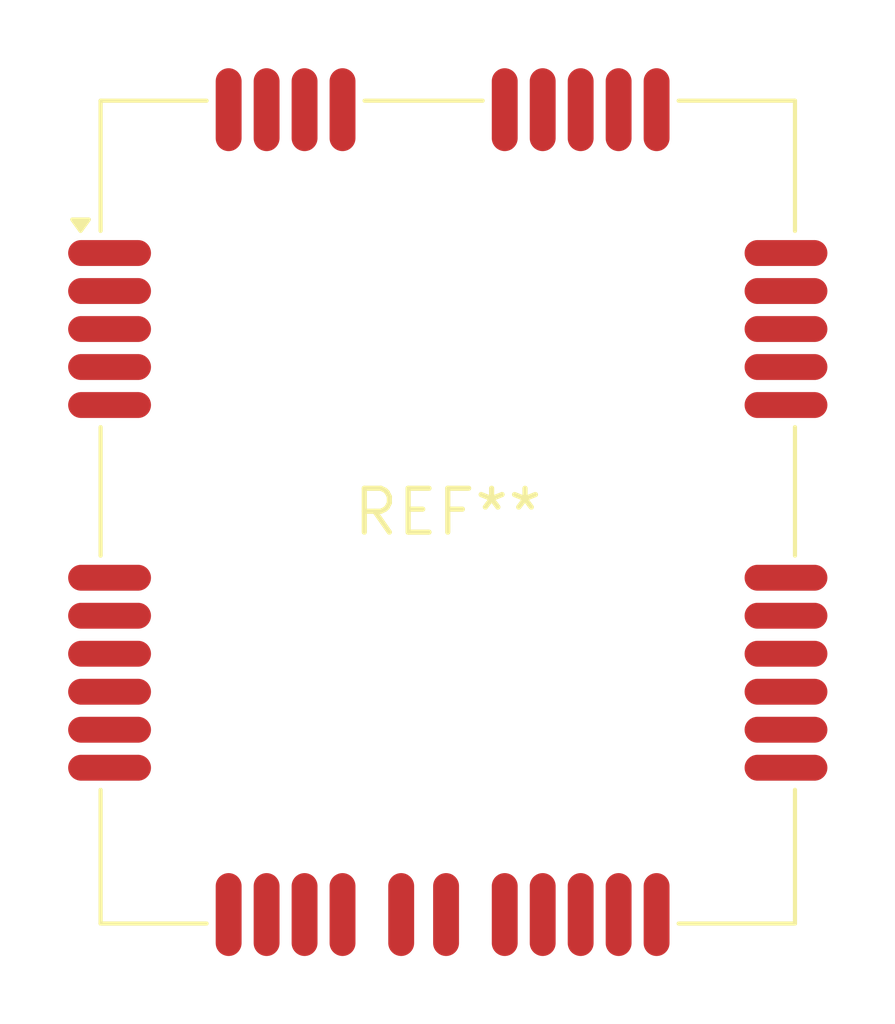
<source format=kicad_pcb>
(kicad_pcb (version 20240108) (generator pcbnew)
  (layers (0 "F.Cu" signal) (31 "B.Cu" signal) (34 "B.Paste" user) (35 "F.Paste" user) (36 "B.SilkS" user "B.Silkscreen") (37 "F.SilkS" user "F.Silkscreen") (38 "B.Mask" user) (39 "F.Mask" user) (44 "Edge.Cuts" user))
  (net 0 "")
  (footprint "Quectel_M95" (layer "F.Cu") (at 0 0)
    (property "Reference" "REF**")
    (property "Value" "Quectel_M95")
    (fp_line (start -10.06 -11.91) (end -6.99 -11.91) (layer "F.SilkS") (stroke (width 0.12)))
    (fp_line (start -10.06 -8.14) (end -10.06 -11.91) (layer "F.SilkS") (stroke (width 0.12)))
    (fp_line (start -10.06 -2.46) (end -10.06 1.26) (layer "F.SilkS") (stroke (width 0.12)))
    (fp_line (start -10.06 11.91) (end -10.06 8.04) (layer "F.SilkS") (stroke (width 0.12)))
    (fp_line (start -10.06 11.91) (end -6.99 11.91) (layer "F.SilkS") (stroke (width 0.12)))
    (fp_line (start -2.41 -11.91) (end 1.01 -11.91) (layer "F.SilkS") (stroke (width 0.12)))
    (fp_line (start 6.69 -11.91) (end 10.06 -11.91) (layer "F.SilkS") (stroke (width 0.12)))
    (fp_line (start 6.69 11.91) (end 10.06 11.91) (layer "F.SilkS") (stroke (width 0.12)))
    (fp_line (start 10.06 -8.14) (end 10.06 -11.91) (layer "F.SilkS") (stroke (width 0.12)))
    (fp_line (start 10.06 -2.46) (end 10.06 1.26) (layer "F.SilkS") (stroke (width 0.12)))
    (fp_line (start 10.06 11.91) (end 10.06 8.04) (layer "F.SilkS") (stroke (width 0.12)))
    (fp_poly (pts (xy -10.64 -8.14) (xy -10.88 -8.47) (xy -10.4 -8.47) (xy -10.64 -8.14)) (layer "F.SilkS") (stroke (width 0.12)) (fill solid))
    (pad "1" smd oval (at -9.8 -7.5) (size 2.4 0.75) (layers "F.Cu" "F.Mask"))
    (pad "2" smd oval (at -9.8 -6.4) (size 2.4 0.75) (layers "F.Cu" "F.Mask"))
    (pad "3" smd oval (at -9.8 -5.3) (size 2.4 0.75) (layers "F.Cu" "F.Mask"))
    (pad "4" smd oval (at -9.8 -4.2) (size 2.4 0.75) (layers "F.Cu" "F.Mask"))
    (pad "5" smd oval (at -9.8 -3.1) (size 2.4 0.75) (layers "F.Cu" "F.Mask"))
    (pad "6" smd oval (at -9.8 1.9) (size 2.4 0.75) (layers "F.Cu" "F.Mask"))
    (pad "7" smd oval (at -9.8 3) (size 2.4 0.75) (layers "F.Cu" "F.Mask"))
    (pad "8" smd oval (at -9.8 4.1) (size 2.4 0.75) (layers "F.Cu" "F.Mask"))
    (pad "9" smd oval (at -9.8 5.2) (size 2.4 0.75) (layers "F.Cu" "F.Mask"))
    (pad "10" smd oval (at -9.8 6.3) (size 2.4 0.75) (layers "F.Cu" "F.Mask"))
    (pad "11" smd oval (at -9.8 7.4) (size 2.4 0.75) (layers "F.Cu" "F.Mask"))
    (pad "12" smd oval (at -6.35 11.65) (size 0.75 2.4) (layers "F.Cu" "F.Mask"))
    (pad "13" smd oval (at -5.25 11.65) (size 0.75 2.4) (layers "F.Cu" "F.Mask"))
    (pad "14" smd oval (at -4.15 11.65) (size 0.75 2.4) (layers "F.Cu" "F.Mask"))
    (pad "15" smd oval (at -3.05 11.65) (size 0.75 2.4) (layers "F.Cu" "F.Mask"))
    (pad "16" smd oval (at 1.65 11.65) (size 0.75 2.4) (layers "F.Cu" "F.Mask"))
    (pad "17" smd oval (at 2.75 11.65) (size 0.75 2.4) (layers "F.Cu" "F.Mask"))
    (pad "18" smd oval (at 3.85 11.65) (size 0.75 2.4) (layers "F.Cu" "F.Mask"))
    (pad "19" smd oval (at 4.95 11.65) (size 0.75 2.4) (layers "F.Cu" "F.Mask"))
    (pad "20" smd oval (at 6.05 11.65) (size 0.75 2.4) (layers "F.Cu" "F.Mask"))
    (pad "21" smd oval (at 9.8 7.4) (size 2.4 0.75) (layers "F.Cu" "F.Mask"))
    (pad "22" smd oval (at 9.8 6.3) (size 2.4 0.75) (layers "F.Cu" "F.Mask"))
    (pad "23" smd oval (at 9.8 5.2) (size 2.4 0.75) (layers "F.Cu" "F.Mask"))
    (pad "24" smd oval (at 9.8 4.1) (size 2.4 0.75) (layers "F.Cu" "F.Mask"))
    (pad "25" smd oval (at 9.8 3) (size 2.4 0.75) (layers "F.Cu" "F.Mask"))
    (pad "26" smd oval (at 9.8 1.9) (size 2.4 0.75) (layers "F.Cu" "F.Mask"))
    (pad "27" smd oval (at 9.8 -3.1) (size 2.4 0.75) (layers "F.Cu" "F.Mask"))
    (pad "28" smd oval (at 9.8 -4.2) (size 2.4 0.75) (layers "F.Cu" "F.Mask"))
    (pad "29" smd oval (at 9.8 -5.3) (size 2.4 0.75) (layers "F.Cu" "F.Mask"))
    (pad "30" smd oval (at 9.8 -6.4) (size 2.4 0.75) (layers "F.Cu" "F.Mask"))
    (pad "31" smd oval (at 9.8 -7.5) (size 2.4 0.75) (layers "F.Cu" "F.Mask"))
    (pad "32" smd oval (at 6.05 -11.65) (size 0.75 2.4) (layers "F.Cu" "F.Mask"))
    (pad "33" smd oval (at 4.95 -11.65) (size 0.75 2.4) (layers "F.Cu" "F.Mask"))
    (pad "34" smd oval (at 3.85 -11.65) (size 0.75 2.4) (layers "F.Cu" "F.Mask"))
    (pad "35" smd oval (at 2.75 -11.65) (size 0.75 2.4) (layers "F.Cu" "F.Mask"))
    (pad "36" smd oval (at 1.65 -11.65) (size 0.75 2.4) (layers "F.Cu" "F.Mask"))
    (pad "37" smd oval (at -3.05 -11.65) (size 0.75 2.4) (layers "F.Cu" "F.Mask"))
    (pad "38" smd oval (at -4.15 -11.65) (size 0.75 2.4) (layers "F.Cu" "F.Mask"))
    (pad "39" smd oval (at -5.25 -11.65) (size 0.75 2.4) (layers "F.Cu" "F.Mask"))
    (pad "40" smd oval (at -6.35 -11.65) (size 0.75 2.4) (layers "F.Cu" "F.Mask"))
    (pad "41" smd oval (at -1.35 11.65) (size 0.75 2.4) (layers "F.Cu" "F.Mask"))
    (pad "42" smd oval (at -0.05 11.65) (size 0.75 2.4) (layers "F.Cu" "F.Mask"))
  )
)
</source>
